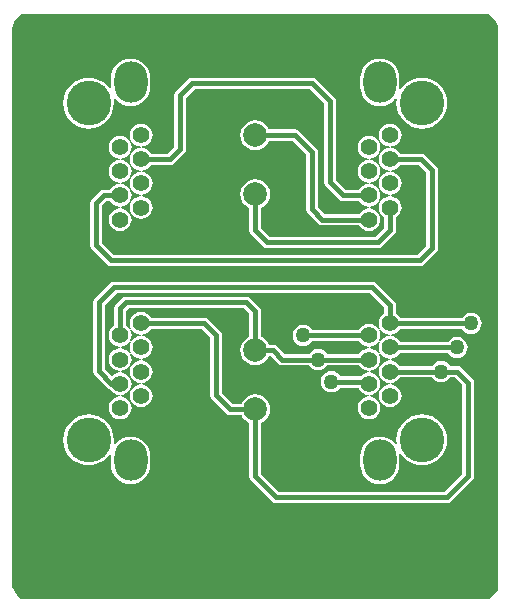
<source format=gbl>
G04*
G04 #@! TF.GenerationSoftware,Altium Limited,Altium Designer,18.1.9 (240)*
G04*
G04 Layer_Physical_Order=2*
G04 Layer_Color=16711680*
%FSLAX25Y25*%
%MOIN*%
G70*
G01*
G75*
%ADD16C,0.01800*%
%ADD17C,0.05512*%
%ADD18O,0.11024X0.13780*%
%ADD19C,0.14886*%
%ADD20C,0.07874*%
%ADD21C,0.05000*%
G36*
X635000Y281000D02*
X636000Y279000D01*
Y91000D01*
X633000Y88000D01*
X477000D01*
X475500Y89500D01*
X474000Y92000D01*
Y278000D01*
X475000Y281000D01*
X477000Y283000D01*
X633000D01*
X635000Y281000D01*
D02*
G37*
%LPC*%
G36*
X513465Y268216D02*
X512188Y268091D01*
X510961Y267718D01*
X509829Y267114D01*
X508838Y266300D01*
X508024Y265308D01*
X507419Y264177D01*
X507047Y262950D01*
X506921Y261673D01*
Y258917D01*
X506984Y258279D01*
X506503Y258119D01*
X505448Y259404D01*
X504162Y260460D01*
X502695Y261244D01*
X501104Y261726D01*
X499449Y261889D01*
X497794Y261726D01*
X496202Y261244D01*
X494735Y260460D01*
X493450Y259404D01*
X492395Y258119D01*
X491611Y256652D01*
X491128Y255061D01*
X490965Y253406D01*
X491128Y251750D01*
X491611Y250159D01*
X492395Y248692D01*
X493450Y247407D01*
X494735Y246352D01*
X496202Y245568D01*
X497794Y245085D01*
X499449Y244922D01*
X501104Y245085D01*
X502695Y245568D01*
X504162Y246352D01*
X505448Y247407D01*
X506503Y248692D01*
X507287Y250159D01*
X507769Y251750D01*
X507933Y253406D01*
X507798Y254769D01*
X508281Y254969D01*
X508838Y254290D01*
X509829Y253477D01*
X510961Y252872D01*
X512188Y252500D01*
X513465Y252374D01*
X514741Y252500D01*
X515969Y252872D01*
X517100Y253477D01*
X518091Y254290D01*
X518905Y255282D01*
X519510Y256413D01*
X519882Y257641D01*
X520008Y258917D01*
Y261673D01*
X519882Y262950D01*
X519510Y264177D01*
X518905Y265308D01*
X518091Y266300D01*
X517100Y267114D01*
X515969Y267718D01*
X514741Y268091D01*
X513465Y268216D01*
D02*
G37*
G36*
X596535D02*
X595259Y268091D01*
X594031Y267718D01*
X592900Y267114D01*
X591909Y266300D01*
X591095Y265308D01*
X590490Y264177D01*
X590118Y262950D01*
X589992Y261673D01*
Y258917D01*
X590118Y257641D01*
X590490Y256413D01*
X591095Y255282D01*
X591909Y254290D01*
X592900Y253477D01*
X594031Y252872D01*
X595259Y252500D01*
X596535Y252374D01*
X597812Y252500D01*
X599039Y252872D01*
X600171Y253477D01*
X601162Y254290D01*
X601719Y254969D01*
X602202Y254769D01*
X602068Y253406D01*
X602231Y251750D01*
X602713Y250159D01*
X603497Y248692D01*
X604552Y247407D01*
X605838Y246352D01*
X607305Y245568D01*
X608896Y245085D01*
X610551Y244922D01*
X612206Y245085D01*
X613798Y245568D01*
X615265Y246352D01*
X616550Y247407D01*
X617605Y248692D01*
X618389Y250159D01*
X618872Y251750D01*
X619035Y253406D01*
X618872Y255061D01*
X618389Y256652D01*
X617605Y258119D01*
X616550Y259404D01*
X615265Y260460D01*
X613798Y261244D01*
X612206Y261726D01*
X610551Y261889D01*
X608896Y261726D01*
X607305Y261244D01*
X605838Y260460D01*
X604552Y259404D01*
X603497Y258119D01*
X603016Y258279D01*
X603079Y258917D01*
Y261673D01*
X602953Y262950D01*
X602581Y264177D01*
X601976Y265308D01*
X601162Y266300D01*
X600171Y267114D01*
X599039Y267718D01*
X597812Y268091D01*
X596535Y268216D01*
D02*
G37*
G36*
X574000Y261937D02*
X534000D01*
X533259Y261790D01*
X532630Y261370D01*
X528630Y257370D01*
X528210Y256741D01*
X528063Y256000D01*
Y238802D01*
X525883Y236622D01*
X520256D01*
X519687Y237364D01*
X518902Y237966D01*
X517988Y238344D01*
X517314Y238433D01*
X517195Y238449D01*
Y238953D01*
X517314Y238969D01*
X517988Y239057D01*
X518902Y239436D01*
X519687Y240038D01*
X520289Y240822D01*
X520667Y241736D01*
X520796Y242717D01*
X520667Y243697D01*
X520289Y244611D01*
X519687Y245395D01*
X518902Y245997D01*
X517988Y246376D01*
X517008Y246505D01*
X516027Y246376D01*
X515114Y245997D01*
X514329Y245395D01*
X513727Y244611D01*
X513349Y243697D01*
X513219Y242717D01*
X513349Y241736D01*
X513727Y240822D01*
X514329Y240038D01*
X515114Y239436D01*
X516027Y239057D01*
X516702Y238969D01*
X516820Y238953D01*
Y238449D01*
X516702Y238433D01*
X516027Y238344D01*
X515114Y237966D01*
X514329Y237364D01*
X513727Y236579D01*
X513349Y235665D01*
X513219Y234685D01*
X513349Y233704D01*
X513727Y232791D01*
X514329Y232006D01*
X515114Y231404D01*
X516027Y231026D01*
X516702Y230937D01*
X516820Y230921D01*
Y230417D01*
X516702Y230402D01*
X516027Y230313D01*
X515114Y229934D01*
X514329Y229332D01*
X513727Y228548D01*
X513349Y227634D01*
X513219Y226654D01*
X513349Y225673D01*
X513727Y224759D01*
X514329Y223975D01*
X515114Y223373D01*
X516027Y222994D01*
X516702Y222906D01*
X516820Y222890D01*
Y222386D01*
X516702Y222370D01*
X516027Y222281D01*
X515114Y221903D01*
X514329Y221301D01*
X513727Y220516D01*
X513349Y219602D01*
X513219Y218622D01*
X513349Y217641D01*
X513727Y216728D01*
X514329Y215943D01*
X515114Y215341D01*
X516027Y214963D01*
X517008Y214834D01*
X517988Y214963D01*
X518902Y215341D01*
X519687Y215943D01*
X520289Y216728D01*
X520667Y217641D01*
X520796Y218622D01*
X520667Y219602D01*
X520289Y220516D01*
X519687Y221301D01*
X518902Y221903D01*
X517988Y222281D01*
X517314Y222370D01*
X517195Y222386D01*
Y222890D01*
X517314Y222906D01*
X517988Y222994D01*
X518902Y223373D01*
X519687Y223975D01*
X520289Y224759D01*
X520667Y225673D01*
X520796Y226654D01*
X520667Y227634D01*
X520289Y228548D01*
X519687Y229332D01*
X518902Y229934D01*
X517988Y230313D01*
X517313Y230402D01*
X517196Y230417D01*
Y230921D01*
X517313Y230937D01*
X517988Y231026D01*
X518902Y231404D01*
X519687Y232006D01*
X520256Y232748D01*
X526685D01*
X527426Y232895D01*
X528055Y233315D01*
X531370Y236630D01*
X531790Y237259D01*
X531937Y238000D01*
Y255198D01*
X534802Y258063D01*
X573198D01*
X578063Y253198D01*
Y227000D01*
X578210Y226259D01*
X578630Y225630D01*
X582992Y221268D01*
X583621Y220848D01*
X584362Y220701D01*
X589745D01*
X590313Y219959D01*
X591098Y219357D01*
X592012Y218979D01*
X592687Y218890D01*
X592804Y218874D01*
Y218370D01*
X592687Y218355D01*
X592012Y218266D01*
X591098Y217887D01*
X590313Y217285D01*
X589745Y216544D01*
X578196D01*
X575937Y218802D01*
Y237000D01*
X575790Y237741D01*
X575370Y238370D01*
X569653Y244086D01*
X569025Y244506D01*
X568283Y244654D01*
X559541D01*
X559312Y245206D01*
X558521Y246238D01*
X557490Y247029D01*
X556289Y247527D01*
X555000Y247696D01*
X553711Y247527D01*
X552510Y247029D01*
X551479Y246238D01*
X550688Y245206D01*
X550190Y244005D01*
X550020Y242717D01*
X550190Y241428D01*
X550688Y240227D01*
X551479Y239195D01*
X552510Y238404D01*
X553711Y237907D01*
X555000Y237737D01*
X556289Y237907D01*
X557490Y238404D01*
X558521Y239195D01*
X559312Y240227D01*
X559541Y240779D01*
X567481D01*
X572063Y236198D01*
Y218000D01*
X572210Y217259D01*
X572630Y216630D01*
X576024Y213237D01*
X576652Y212817D01*
X577394Y212669D01*
X589745D01*
X590313Y211928D01*
X591098Y211326D01*
X592012Y210947D01*
X592992Y210818D01*
X593973Y210947D01*
X594886Y211326D01*
X595671Y211928D01*
X596273Y212712D01*
X596651Y213626D01*
X596780Y214606D01*
X596651Y215587D01*
X596273Y216501D01*
X595671Y217285D01*
X594886Y217887D01*
X593973Y218266D01*
X593298Y218355D01*
X593180Y218370D01*
Y218874D01*
X593298Y218890D01*
X593973Y218979D01*
X594886Y219357D01*
X595671Y219959D01*
X596273Y220744D01*
X596651Y221657D01*
X596780Y222638D01*
X596651Y223618D01*
X596273Y224532D01*
X595671Y225317D01*
X594886Y225919D01*
X593973Y226297D01*
X593298Y226386D01*
X593180Y226401D01*
Y226906D01*
X593298Y226921D01*
X593973Y227010D01*
X594886Y227389D01*
X595671Y227991D01*
X596273Y228775D01*
X596651Y229689D01*
X596780Y230669D01*
X596651Y231650D01*
X596273Y232564D01*
X595671Y233348D01*
X594886Y233950D01*
X593973Y234329D01*
X593298Y234418D01*
X593180Y234433D01*
Y234937D01*
X593298Y234953D01*
X593973Y235042D01*
X594886Y235420D01*
X595671Y236022D01*
X596273Y236807D01*
X596651Y237720D01*
X596780Y238701D01*
X596651Y239681D01*
X596273Y240595D01*
X595671Y241379D01*
X594886Y241982D01*
X593973Y242360D01*
X592992Y242489D01*
X592012Y242360D01*
X591098Y241982D01*
X590313Y241379D01*
X589711Y240595D01*
X589333Y239681D01*
X589204Y238701D01*
X589333Y237720D01*
X589711Y236807D01*
X590313Y236022D01*
X591098Y235420D01*
X592012Y235042D01*
X592687Y234953D01*
X592804Y234937D01*
Y234433D01*
X592687Y234418D01*
X592012Y234329D01*
X591098Y233950D01*
X590313Y233348D01*
X589711Y232564D01*
X589333Y231650D01*
X589204Y230669D01*
X589333Y229689D01*
X589711Y228775D01*
X590313Y227991D01*
X591098Y227389D01*
X592012Y227010D01*
X592686Y226921D01*
X592805Y226906D01*
Y226401D01*
X592686Y226386D01*
X592012Y226297D01*
X591098Y225919D01*
X590313Y225317D01*
X589745Y224575D01*
X585165D01*
X581937Y227802D01*
Y254000D01*
X581790Y254741D01*
X581370Y255370D01*
X575370Y261370D01*
X574741Y261790D01*
X574000Y261937D01*
D02*
G37*
G36*
X600000Y246505D02*
X599019Y246376D01*
X598106Y245997D01*
X597321Y245395D01*
X596719Y244611D01*
X596341Y243697D01*
X596212Y242717D01*
X596341Y241736D01*
X596719Y240822D01*
X597321Y240038D01*
X598106Y239436D01*
X599019Y239057D01*
X599694Y238969D01*
X599813Y238953D01*
Y238449D01*
X599694Y238433D01*
X599019Y238344D01*
X598106Y237966D01*
X597321Y237364D01*
X596719Y236579D01*
X596341Y235665D01*
X596212Y234685D01*
X596341Y233704D01*
X596719Y232791D01*
X597321Y232006D01*
X598106Y231404D01*
X599019Y231026D01*
X599694Y230937D01*
X599812Y230921D01*
Y230417D01*
X599694Y230402D01*
X599019Y230313D01*
X598106Y229934D01*
X597321Y229332D01*
X596719Y228548D01*
X596341Y227634D01*
X596212Y226654D01*
X596341Y225673D01*
X596719Y224759D01*
X597321Y223975D01*
X598106Y223373D01*
X599019Y222994D01*
X599694Y222906D01*
X599813Y222890D01*
Y222386D01*
X599694Y222370D01*
X599019Y222281D01*
X598106Y221903D01*
X597321Y221301D01*
X596719Y220516D01*
X596341Y219602D01*
X596212Y218622D01*
X596341Y217641D01*
X596719Y216728D01*
X597321Y215943D01*
X598063Y215374D01*
Y211802D01*
X595198Y208937D01*
X559802D01*
X556937Y211802D01*
Y218490D01*
X557490Y218719D01*
X558521Y219510D01*
X559312Y220542D01*
X559810Y221743D01*
X559980Y223032D01*
X559810Y224320D01*
X559312Y225521D01*
X558521Y226553D01*
X557490Y227344D01*
X556289Y227841D01*
X555000Y228011D01*
X553711Y227841D01*
X552510Y227344D01*
X551479Y226553D01*
X550688Y225521D01*
X550190Y224320D01*
X550020Y223032D01*
X550190Y221743D01*
X550688Y220542D01*
X551479Y219510D01*
X552510Y218719D01*
X553063Y218490D01*
Y211000D01*
X553210Y210259D01*
X553630Y209630D01*
X557630Y205630D01*
X558259Y205210D01*
X559000Y205063D01*
X596000D01*
X596741Y205210D01*
X597370Y205630D01*
X601370Y209630D01*
X601790Y210259D01*
X601937Y211000D01*
Y215374D01*
X602679Y215943D01*
X603281Y216728D01*
X603659Y217641D01*
X603788Y218622D01*
X603659Y219602D01*
X603281Y220516D01*
X602679Y221301D01*
X601894Y221903D01*
X600981Y222281D01*
X600306Y222370D01*
X600187Y222386D01*
Y222890D01*
X600306Y222906D01*
X600981Y222994D01*
X601894Y223373D01*
X602679Y223975D01*
X603281Y224759D01*
X603659Y225673D01*
X603788Y226654D01*
X603659Y227634D01*
X603281Y228548D01*
X602679Y229332D01*
X601894Y229934D01*
X600981Y230313D01*
X600306Y230402D01*
X600188Y230417D01*
Y230921D01*
X600306Y230937D01*
X600981Y231026D01*
X601894Y231404D01*
X602679Y232006D01*
X603248Y232748D01*
X609513D01*
X612063Y230198D01*
Y205802D01*
X609198Y202937D01*
X507802D01*
X503937Y206802D01*
Y219198D01*
X505440Y220701D01*
X506752D01*
X507321Y219959D01*
X508106Y219357D01*
X509020Y218979D01*
X509694Y218890D01*
X509812Y218874D01*
Y218370D01*
X509694Y218355D01*
X509020Y218266D01*
X508106Y217887D01*
X507321Y217285D01*
X506719Y216501D01*
X506341Y215587D01*
X506212Y214606D01*
X506341Y213626D01*
X506719Y212712D01*
X507321Y211928D01*
X508106Y211326D01*
X509020Y210947D01*
X510000Y210818D01*
X510981Y210947D01*
X511894Y211326D01*
X512679Y211928D01*
X513281Y212712D01*
X513659Y213626D01*
X513788Y214606D01*
X513659Y215587D01*
X513281Y216501D01*
X512679Y217285D01*
X511894Y217887D01*
X510981Y218266D01*
X510306Y218355D01*
X510188Y218370D01*
Y218874D01*
X510306Y218890D01*
X510981Y218979D01*
X511894Y219357D01*
X512679Y219959D01*
X513281Y220744D01*
X513659Y221657D01*
X513788Y222638D01*
X513659Y223618D01*
X513281Y224532D01*
X512679Y225317D01*
X511894Y225919D01*
X510981Y226297D01*
X510306Y226386D01*
X510187Y226401D01*
Y226906D01*
X510306Y226921D01*
X510981Y227010D01*
X511894Y227389D01*
X512679Y227991D01*
X513281Y228775D01*
X513659Y229689D01*
X513788Y230669D01*
X513659Y231650D01*
X513281Y232564D01*
X512679Y233348D01*
X511894Y233950D01*
X510981Y234329D01*
X510306Y234418D01*
X510188Y234433D01*
Y234937D01*
X510306Y234953D01*
X510981Y235042D01*
X511894Y235420D01*
X512679Y236022D01*
X513281Y236807D01*
X513659Y237720D01*
X513788Y238701D01*
X513659Y239681D01*
X513281Y240595D01*
X512679Y241379D01*
X511894Y241982D01*
X510981Y242360D01*
X510000Y242489D01*
X509020Y242360D01*
X508106Y241982D01*
X507321Y241379D01*
X506719Y240595D01*
X506341Y239681D01*
X506212Y238701D01*
X506341Y237720D01*
X506719Y236807D01*
X507321Y236022D01*
X508106Y235420D01*
X509020Y235042D01*
X509694Y234953D01*
X509812Y234937D01*
Y234433D01*
X509694Y234418D01*
X509020Y234329D01*
X508106Y233950D01*
X507321Y233348D01*
X506719Y232564D01*
X506341Y231650D01*
X506212Y230669D01*
X506341Y229689D01*
X506719Y228775D01*
X507321Y227991D01*
X508106Y227389D01*
X509020Y227010D01*
X509694Y226921D01*
X509813Y226906D01*
Y226401D01*
X509694Y226386D01*
X509020Y226297D01*
X508106Y225919D01*
X507321Y225317D01*
X506752Y224575D01*
X504638D01*
X503897Y224428D01*
X503268Y224008D01*
X500630Y221370D01*
X500210Y220741D01*
X500063Y220000D01*
Y206000D01*
X500210Y205259D01*
X500630Y204630D01*
X505630Y199630D01*
X506259Y199210D01*
X507000Y199063D01*
X610000D01*
X610741Y199210D01*
X611370Y199630D01*
X615370Y203630D01*
X615790Y204259D01*
X615937Y205000D01*
Y231000D01*
X615790Y231741D01*
X615370Y232370D01*
X611685Y236055D01*
X611056Y236475D01*
X610315Y236622D01*
X603248D01*
X602679Y237364D01*
X601894Y237966D01*
X600981Y238344D01*
X600306Y238433D01*
X600187Y238449D01*
Y238953D01*
X600306Y238969D01*
X600981Y239057D01*
X601894Y239436D01*
X602679Y240038D01*
X603281Y240822D01*
X603659Y241736D01*
X603788Y242717D01*
X603659Y243697D01*
X603281Y244611D01*
X602679Y245395D01*
X601894Y245997D01*
X600981Y246376D01*
X600000Y246505D01*
D02*
G37*
G36*
X610551Y149685D02*
X608896Y149522D01*
X607305Y149039D01*
X605838Y148255D01*
X604552Y147200D01*
X603497Y145914D01*
X602713Y144447D01*
X602231Y142856D01*
X602068Y141201D01*
X602202Y139837D01*
X601719Y139637D01*
X601162Y140316D01*
X600171Y141130D01*
X599039Y141734D01*
X597812Y142106D01*
X596535Y142232D01*
X595259Y142106D01*
X594031Y141734D01*
X592900Y141130D01*
X591909Y140316D01*
X591095Y139324D01*
X590490Y138193D01*
X590118Y136966D01*
X589992Y135689D01*
Y132933D01*
X590118Y131657D01*
X590490Y130429D01*
X591095Y129298D01*
X591909Y128306D01*
X592900Y127492D01*
X594031Y126888D01*
X595259Y126515D01*
X596535Y126390D01*
X597812Y126515D01*
X599039Y126888D01*
X600171Y127492D01*
X601162Y128306D01*
X601976Y129298D01*
X602581Y130429D01*
X602953Y131657D01*
X603079Y132933D01*
Y135689D01*
X603016Y136327D01*
X603497Y136487D01*
X604552Y135202D01*
X605838Y134147D01*
X607305Y133363D01*
X608896Y132880D01*
X610551Y132717D01*
X612206Y132880D01*
X613798Y133363D01*
X615265Y134147D01*
X616550Y135202D01*
X617605Y136487D01*
X618389Y137954D01*
X618872Y139546D01*
X619035Y141201D01*
X618872Y142856D01*
X618389Y144447D01*
X617605Y145914D01*
X616550Y147200D01*
X615265Y148255D01*
X613798Y149039D01*
X612206Y149522D01*
X610551Y149685D01*
D02*
G37*
G36*
X499449D02*
X497794Y149522D01*
X496202Y149039D01*
X494735Y148255D01*
X493450Y147200D01*
X492395Y145914D01*
X491611Y144447D01*
X491128Y142856D01*
X490965Y141201D01*
X491128Y139546D01*
X491611Y137954D01*
X492395Y136487D01*
X493450Y135202D01*
X494735Y134147D01*
X496202Y133363D01*
X497794Y132880D01*
X499449Y132717D01*
X501104Y132880D01*
X502695Y133363D01*
X504162Y134147D01*
X505448Y135202D01*
X506503Y136487D01*
X506984Y136327D01*
X506921Y135689D01*
Y132933D01*
X507047Y131657D01*
X507419Y130429D01*
X508024Y129298D01*
X508838Y128306D01*
X509829Y127492D01*
X510961Y126888D01*
X512188Y126515D01*
X513465Y126390D01*
X514741Y126515D01*
X515969Y126888D01*
X517100Y127492D01*
X518091Y128306D01*
X518905Y129298D01*
X519510Y130429D01*
X519882Y131657D01*
X520008Y132933D01*
Y135689D01*
X519882Y136966D01*
X519510Y138193D01*
X518905Y139324D01*
X518091Y140316D01*
X517100Y141130D01*
X515969Y141734D01*
X514741Y142106D01*
X513465Y142232D01*
X512188Y142106D01*
X510961Y141734D01*
X509829Y141130D01*
X508838Y140316D01*
X508281Y139637D01*
X507798Y139837D01*
X507933Y141201D01*
X507769Y142856D01*
X507287Y144447D01*
X506503Y145914D01*
X505448Y147200D01*
X504162Y148255D01*
X502695Y149039D01*
X501104Y149522D01*
X499449Y149685D01*
D02*
G37*
G36*
X594000Y193937D02*
X508000D01*
X507259Y193790D01*
X506630Y193370D01*
X501630Y188370D01*
X501210Y187741D01*
X501063Y187000D01*
Y164000D01*
X501210Y163259D01*
X501630Y162630D01*
X505709Y158551D01*
X506337Y158131D01*
X506706Y158058D01*
X506719Y158027D01*
X507321Y157243D01*
X508106Y156640D01*
X509020Y156262D01*
X509694Y156173D01*
X509812Y156158D01*
Y155653D01*
X509694Y155638D01*
X509020Y155549D01*
X508106Y155171D01*
X507321Y154569D01*
X506719Y153784D01*
X506341Y152870D01*
X506212Y151890D01*
X506341Y150909D01*
X506719Y149996D01*
X507321Y149211D01*
X508106Y148609D01*
X509020Y148231D01*
X510000Y148101D01*
X510981Y148231D01*
X511894Y148609D01*
X512679Y149211D01*
X513281Y149996D01*
X513659Y150909D01*
X513788Y151890D01*
X513659Y152870D01*
X513281Y153784D01*
X512679Y154569D01*
X511894Y155171D01*
X510981Y155549D01*
X510306Y155638D01*
X510188Y155653D01*
Y156158D01*
X510306Y156173D01*
X510981Y156262D01*
X511894Y156640D01*
X512679Y157243D01*
X513281Y158027D01*
X513659Y158941D01*
X513788Y159921D01*
X513659Y160902D01*
X513281Y161815D01*
X512679Y162600D01*
X511894Y163202D01*
X510981Y163580D01*
X510306Y163669D01*
X510187Y163685D01*
Y164189D01*
X510306Y164205D01*
X510981Y164294D01*
X511894Y164672D01*
X512679Y165274D01*
X513281Y166059D01*
X513659Y166972D01*
X513788Y167953D01*
X513659Y168933D01*
X513281Y169847D01*
X512679Y170632D01*
X511894Y171234D01*
X510981Y171612D01*
X510306Y171701D01*
X510188Y171716D01*
Y172221D01*
X510306Y172236D01*
X510981Y172325D01*
X511894Y172703D01*
X512679Y173305D01*
X513281Y174090D01*
X513659Y175004D01*
X513788Y175984D01*
X513659Y176965D01*
X513281Y177878D01*
X512679Y178663D01*
X511937Y179232D01*
Y184198D01*
X512802Y185063D01*
X551198D01*
X553063Y183198D01*
Y175541D01*
X552510Y175312D01*
X551479Y174521D01*
X550688Y173490D01*
X550190Y172289D01*
X550020Y171000D01*
X550190Y169711D01*
X550688Y168510D01*
X551479Y167479D01*
X552510Y166688D01*
X553711Y166190D01*
X555000Y166020D01*
X556289Y166190D01*
X557490Y166688D01*
X558521Y167479D01*
X559312Y168510D01*
X559541Y169063D01*
X560198D01*
X562677Y166583D01*
X563306Y166163D01*
X564047Y166016D01*
X573075D01*
X573504Y165457D01*
X574235Y164896D01*
X575086Y164543D01*
X576000Y164423D01*
X576914Y164543D01*
X577765Y164896D01*
X578496Y165457D01*
X578925Y166016D01*
X589745D01*
X590313Y165274D01*
X591098Y164672D01*
X592012Y164294D01*
X592686Y164205D01*
X592805Y164189D01*
Y163685D01*
X592686Y163669D01*
X592012Y163580D01*
X591098Y163202D01*
X590313Y162600D01*
X590234Y162496D01*
X583287D01*
X582858Y163055D01*
X582127Y163616D01*
X581276Y163969D01*
X580362Y164089D01*
X579449Y163969D01*
X578597Y163616D01*
X577866Y163055D01*
X577305Y162324D01*
X576952Y161473D01*
X576832Y160559D01*
X576952Y159645D01*
X577305Y158794D01*
X577866Y158063D01*
X578597Y157502D01*
X579449Y157149D01*
X580362Y157029D01*
X581276Y157149D01*
X582127Y157502D01*
X582858Y158063D01*
X583287Y158622D01*
X589465D01*
X589711Y158027D01*
X590313Y157243D01*
X591098Y156640D01*
X592012Y156262D01*
X592687Y156173D01*
X592804Y156158D01*
Y155653D01*
X592687Y155638D01*
X592012Y155549D01*
X591098Y155171D01*
X590313Y154569D01*
X589711Y153784D01*
X589333Y152870D01*
X589204Y151890D01*
X589333Y150909D01*
X589711Y149996D01*
X590313Y149211D01*
X591098Y148609D01*
X592012Y148231D01*
X592992Y148101D01*
X593973Y148231D01*
X594886Y148609D01*
X595671Y149211D01*
X596273Y149996D01*
X596651Y150909D01*
X596780Y151890D01*
X596651Y152870D01*
X596273Y153784D01*
X595671Y154569D01*
X594886Y155171D01*
X593973Y155549D01*
X593298Y155638D01*
X593180Y155653D01*
Y156158D01*
X593298Y156173D01*
X593973Y156262D01*
X594886Y156640D01*
X595671Y157243D01*
X596273Y158027D01*
X596651Y158941D01*
X596780Y159921D01*
X596651Y160902D01*
X596273Y161815D01*
X595671Y162600D01*
X594886Y163202D01*
X593973Y163580D01*
X593298Y163669D01*
X593180Y163685D01*
Y164189D01*
X593298Y164205D01*
X593973Y164294D01*
X594886Y164672D01*
X595671Y165274D01*
X596273Y166059D01*
X596651Y166972D01*
X596780Y167953D01*
X596651Y168933D01*
X596273Y169847D01*
X595671Y170632D01*
X594886Y171234D01*
X593973Y171612D01*
X593298Y171701D01*
X593180Y171716D01*
Y172221D01*
X593298Y172236D01*
X593973Y172325D01*
X594886Y172703D01*
X595671Y173305D01*
X596273Y174090D01*
X596651Y175004D01*
X596780Y175984D01*
X596651Y176965D01*
X596273Y177878D01*
X595671Y178663D01*
X594886Y179265D01*
X593973Y179643D01*
X592992Y179772D01*
X592012Y179643D01*
X591098Y179265D01*
X590313Y178663D01*
X589757Y177937D01*
X573925D01*
X573496Y178496D01*
X572765Y179057D01*
X571914Y179410D01*
X571000Y179530D01*
X570086Y179410D01*
X569235Y179057D01*
X568504Y178496D01*
X567943Y177765D01*
X567590Y176914D01*
X567470Y176000D01*
X567590Y175086D01*
X567943Y174235D01*
X568504Y173504D01*
X569235Y172943D01*
X570086Y172590D01*
X571000Y172470D01*
X571914Y172590D01*
X572765Y172943D01*
X573496Y173504D01*
X573925Y174063D01*
X589732D01*
X590313Y173305D01*
X591098Y172703D01*
X592012Y172325D01*
X592687Y172236D01*
X592804Y172221D01*
Y171716D01*
X592687Y171701D01*
X592012Y171612D01*
X591098Y171234D01*
X590313Y170632D01*
X589745Y169890D01*
X578925D01*
X578496Y170449D01*
X577765Y171010D01*
X576914Y171363D01*
X576000Y171483D01*
X575086Y171363D01*
X574235Y171010D01*
X573504Y170449D01*
X573075Y169890D01*
X564850D01*
X562370Y172370D01*
X561741Y172790D01*
X561000Y172937D01*
X559541D01*
X559312Y173490D01*
X558521Y174521D01*
X557490Y175312D01*
X556937Y175541D01*
Y184000D01*
X556790Y184741D01*
X556370Y185370D01*
X553370Y188370D01*
X552741Y188790D01*
X552000Y188937D01*
X512000D01*
X511259Y188790D01*
X510630Y188370D01*
X508630Y186370D01*
X508210Y185741D01*
X508063Y185000D01*
Y179232D01*
X507321Y178663D01*
X506719Y177878D01*
X506341Y176965D01*
X506212Y175984D01*
X506341Y175004D01*
X506719Y174090D01*
X507321Y173305D01*
X508106Y172703D01*
X509020Y172325D01*
X509694Y172236D01*
X509812Y172221D01*
Y171716D01*
X509694Y171701D01*
X509020Y171612D01*
X508106Y171234D01*
X507321Y170632D01*
X506719Y169847D01*
X506341Y168933D01*
X506212Y167953D01*
X506341Y166972D01*
X506719Y166059D01*
X507321Y165274D01*
X508106Y164672D01*
X509020Y164294D01*
X509694Y164205D01*
X509813Y164189D01*
Y163685D01*
X509694Y163669D01*
X509020Y163580D01*
X508106Y163202D01*
X507321Y162600D01*
X507151Y162589D01*
X504937Y164802D01*
Y186198D01*
X508802Y190063D01*
X593198D01*
X598063Y185198D01*
Y183248D01*
X597321Y182679D01*
X596719Y181894D01*
X596341Y180981D01*
X596212Y180000D01*
X596341Y179019D01*
X596719Y178106D01*
X597321Y177321D01*
X598106Y176719D01*
X599019Y176341D01*
X599694Y176252D01*
X599812Y176236D01*
Y175732D01*
X599694Y175717D01*
X599019Y175628D01*
X598106Y175249D01*
X597321Y174647D01*
X596719Y173863D01*
X596341Y172949D01*
X596212Y171969D01*
X596341Y170988D01*
X596719Y170074D01*
X597321Y169290D01*
X598106Y168688D01*
X599019Y168309D01*
X599694Y168221D01*
X599813Y168205D01*
Y167701D01*
X599694Y167685D01*
X599019Y167596D01*
X598106Y167218D01*
X597321Y166616D01*
X596719Y165831D01*
X596341Y164918D01*
X596212Y163937D01*
X596341Y162957D01*
X596719Y162043D01*
X597321Y161258D01*
X598106Y160656D01*
X599019Y160278D01*
X599694Y160189D01*
X599812Y160173D01*
Y159669D01*
X599694Y159654D01*
X599019Y159565D01*
X598106Y159186D01*
X597321Y158584D01*
X596719Y157800D01*
X596341Y156886D01*
X596212Y155906D01*
X596341Y154925D01*
X596719Y154011D01*
X597321Y153227D01*
X598106Y152625D01*
X599019Y152246D01*
X600000Y152117D01*
X600981Y152246D01*
X601894Y152625D01*
X602679Y153227D01*
X603281Y154011D01*
X603659Y154925D01*
X603788Y155906D01*
X603659Y156886D01*
X603281Y157800D01*
X602679Y158584D01*
X601894Y159186D01*
X600981Y159565D01*
X600306Y159654D01*
X600188Y159669D01*
Y160173D01*
X600306Y160189D01*
X600981Y160278D01*
X601894Y160656D01*
X602679Y161258D01*
X603248Y162000D01*
X614075D01*
X614504Y161441D01*
X615235Y160880D01*
X616086Y160527D01*
X617000Y160407D01*
X617914Y160527D01*
X618765Y160880D01*
X619496Y161441D01*
X619925Y162000D01*
X621544D01*
X624063Y159481D01*
Y129802D01*
X618198Y123937D01*
X562802D01*
X556937Y129802D01*
Y146774D01*
X557490Y147002D01*
X558521Y147794D01*
X559312Y148825D01*
X559810Y150026D01*
X559980Y151315D01*
X559810Y152604D01*
X559312Y153805D01*
X558521Y154836D01*
X557490Y155627D01*
X556289Y156125D01*
X555000Y156295D01*
X553711Y156125D01*
X552510Y155627D01*
X551479Y154836D01*
X550688Y153805D01*
X550459Y153252D01*
X547487D01*
X543937Y156802D01*
Y176000D01*
X543790Y176741D01*
X543370Y177370D01*
X539370Y181370D01*
X538741Y181790D01*
X538000Y181937D01*
X520256D01*
X519687Y182679D01*
X518902Y183281D01*
X517988Y183659D01*
X517008Y183788D01*
X516027Y183659D01*
X515114Y183281D01*
X514329Y182679D01*
X513727Y181894D01*
X513349Y180981D01*
X513219Y180000D01*
X513349Y179019D01*
X513727Y178106D01*
X514329Y177321D01*
X515114Y176719D01*
X516027Y176341D01*
X516702Y176252D01*
X516820Y176236D01*
Y175732D01*
X516702Y175717D01*
X516027Y175628D01*
X515114Y175249D01*
X514329Y174647D01*
X513727Y173863D01*
X513349Y172949D01*
X513219Y171969D01*
X513349Y170988D01*
X513727Y170074D01*
X514329Y169290D01*
X515114Y168688D01*
X516027Y168309D01*
X516702Y168221D01*
X516820Y168205D01*
Y167701D01*
X516702Y167685D01*
X516027Y167596D01*
X515114Y167218D01*
X514329Y166616D01*
X513727Y165831D01*
X513349Y164918D01*
X513219Y163937D01*
X513349Y162957D01*
X513727Y162043D01*
X514329Y161258D01*
X515114Y160656D01*
X516027Y160278D01*
X516702Y160189D01*
X516820Y160173D01*
Y159669D01*
X516702Y159654D01*
X516027Y159565D01*
X515114Y159186D01*
X514329Y158584D01*
X513727Y157800D01*
X513349Y156886D01*
X513219Y155906D01*
X513349Y154925D01*
X513727Y154011D01*
X514329Y153227D01*
X515114Y152625D01*
X516027Y152246D01*
X517008Y152117D01*
X517988Y152246D01*
X518902Y152625D01*
X519687Y153227D01*
X520289Y154011D01*
X520667Y154925D01*
X520796Y155906D01*
X520667Y156886D01*
X520289Y157800D01*
X519687Y158584D01*
X518902Y159186D01*
X517988Y159565D01*
X517313Y159654D01*
X517196Y159669D01*
Y160173D01*
X517313Y160189D01*
X517988Y160278D01*
X518902Y160656D01*
X519687Y161258D01*
X520289Y162043D01*
X520667Y162957D01*
X520796Y163937D01*
X520667Y164918D01*
X520289Y165831D01*
X519687Y166616D01*
X518902Y167218D01*
X517988Y167596D01*
X517314Y167685D01*
X517195Y167701D01*
Y168205D01*
X517314Y168221D01*
X517988Y168309D01*
X518902Y168688D01*
X519687Y169290D01*
X520289Y170074D01*
X520667Y170988D01*
X520796Y171969D01*
X520667Y172949D01*
X520289Y173863D01*
X519687Y174647D01*
X518902Y175249D01*
X517988Y175628D01*
X517313Y175717D01*
X517196Y175732D01*
Y176236D01*
X517313Y176252D01*
X517988Y176341D01*
X518902Y176719D01*
X519687Y177321D01*
X520256Y178063D01*
X537198D01*
X540063Y175198D01*
Y156000D01*
X540210Y155259D01*
X540630Y154630D01*
X545315Y149945D01*
X545944Y149525D01*
X546685Y149378D01*
X550459D01*
X550688Y148825D01*
X551479Y147794D01*
X552510Y147002D01*
X553063Y146774D01*
Y129000D01*
X553210Y128259D01*
X553630Y127630D01*
X560630Y120630D01*
X561259Y120210D01*
X562000Y120063D01*
X619000D01*
X619741Y120210D01*
X620370Y120630D01*
X627370Y127630D01*
X627790Y128259D01*
X627937Y129000D01*
Y160283D01*
X627790Y161025D01*
X627370Y161653D01*
X623716Y165307D01*
X623088Y165727D01*
X622346Y165874D01*
X619925D01*
X619496Y166433D01*
X618765Y166994D01*
X617914Y167347D01*
X617000Y167467D01*
X616086Y167347D01*
X615235Y166994D01*
X614504Y166433D01*
X614075Y165874D01*
X603248D01*
X602679Y166616D01*
X601894Y167218D01*
X600981Y167596D01*
X600306Y167685D01*
X600187Y167701D01*
Y168205D01*
X600306Y168221D01*
X600981Y168309D01*
X601894Y168688D01*
X602679Y169290D01*
X603272Y170063D01*
X619358D01*
X619787Y169504D01*
X620518Y168943D01*
X621370Y168590D01*
X622283Y168470D01*
X623197Y168590D01*
X624049Y168943D01*
X624780Y169504D01*
X625341Y170235D01*
X625693Y171086D01*
X625814Y172000D01*
X625693Y172914D01*
X625341Y173765D01*
X624780Y174496D01*
X624049Y175057D01*
X623197Y175410D01*
X622283Y175530D01*
X621370Y175410D01*
X620518Y175057D01*
X619787Y174496D01*
X619358Y173937D01*
X603224D01*
X602679Y174647D01*
X601894Y175249D01*
X600981Y175628D01*
X600306Y175717D01*
X600188Y175732D01*
Y176236D01*
X600306Y176252D01*
X600981Y176341D01*
X601894Y176719D01*
X602679Y177321D01*
X603248Y178063D01*
X624075D01*
X624504Y177504D01*
X625235Y176943D01*
X626086Y176590D01*
X627000Y176470D01*
X627914Y176590D01*
X628765Y176943D01*
X629496Y177504D01*
X630057Y178235D01*
X630410Y179086D01*
X630530Y180000D01*
X630410Y180914D01*
X630057Y181765D01*
X629496Y182496D01*
X628765Y183057D01*
X627914Y183410D01*
X627000Y183530D01*
X626086Y183410D01*
X625235Y183057D01*
X624504Y182496D01*
X624075Y181937D01*
X603248D01*
X602679Y182679D01*
X601937Y183248D01*
Y186000D01*
X601790Y186741D01*
X601370Y187370D01*
X595370Y193370D01*
X594741Y193790D01*
X594000Y193937D01*
D02*
G37*
%LPD*%
D16*
X622346Y163937D02*
X626000Y160283D01*
Y129000D02*
Y160283D01*
X619000Y122000D02*
X626000Y129000D01*
X562000Y122000D02*
X619000D01*
X555000Y129000D02*
X562000Y122000D01*
X555000Y129000D02*
Y151315D01*
X610000Y201000D02*
X614000Y205000D01*
X507000Y201000D02*
X610000D01*
X502000Y206000D02*
X507000Y201000D01*
X594000Y192000D02*
X600000Y186000D01*
X508000Y192000D02*
X594000D01*
X503000Y187000D02*
X508000Y192000D01*
X507079Y159921D02*
X510000D01*
X503000Y164000D02*
X507079Y159921D01*
X503000Y164000D02*
Y187000D01*
X600000Y180000D02*
Y186000D01*
X617000Y163937D02*
X622346D01*
X546685Y151315D02*
X555000D01*
X542000Y156000D02*
X546685Y151315D01*
X542000Y156000D02*
Y176000D01*
X538000Y180000D02*
X542000Y176000D01*
X517008Y180000D02*
X538000D01*
X564047Y167953D02*
X576000D01*
X561000Y171000D02*
X564047Y167953D01*
X555000Y171000D02*
X561000D01*
X555000D02*
Y184000D01*
X552000Y187000D02*
X555000Y184000D01*
X512000Y187000D02*
X552000D01*
X510000Y185000D02*
X512000Y187000D01*
X510000Y175984D02*
Y185000D01*
X502000Y206000D02*
Y220000D01*
X504638Y222638D02*
X510000D01*
X502000Y220000D02*
X504638Y222638D01*
X559000Y207000D02*
X596000D01*
X555000Y211000D02*
X559000Y207000D01*
X555000Y211000D02*
Y223032D01*
X596000Y207000D02*
X600000Y211000D01*
Y218622D01*
Y234685D02*
X610315D01*
X614000Y231000D01*
Y205000D02*
Y231000D01*
X584362Y222638D02*
X592992D01*
X580000Y227000D02*
X584362Y222638D01*
X580000Y227000D02*
Y254000D01*
X574000Y260000D02*
X580000Y254000D01*
X534000Y260000D02*
X574000D01*
X530000Y256000D02*
X534000Y260000D01*
X530000Y238000D02*
Y256000D01*
X526685Y234685D02*
X530000Y238000D01*
X517008Y234685D02*
X526685D01*
X577394Y214606D02*
X592992D01*
X574000Y218000D02*
X577394Y214606D01*
X574000Y218000D02*
Y237000D01*
X568283Y242717D02*
X574000Y237000D01*
X555000Y242717D02*
X568283D01*
X592354Y160559D02*
X592992Y159921D01*
X580362Y160559D02*
X592354D01*
X576000Y167953D02*
X592331D01*
X592662Y168283D01*
X592992Y167953D01*
X571000Y176000D02*
X592976D01*
X592992Y175984D01*
X600000Y163937D02*
X617000D01*
X600000Y171969D02*
X600031Y172000D01*
X622283D01*
X600000Y180000D02*
X627000D01*
D17*
X517008Y242717D02*
D03*
Y234685D02*
D03*
Y226654D02*
D03*
Y218622D02*
D03*
X510000Y238701D02*
D03*
Y214606D02*
D03*
Y222638D02*
D03*
Y230669D02*
D03*
Y167953D02*
D03*
Y159921D02*
D03*
Y151890D02*
D03*
Y175984D02*
D03*
X517008Y155906D02*
D03*
Y163937D02*
D03*
Y171969D02*
D03*
Y180000D02*
D03*
X592992Y151890D02*
D03*
Y159921D02*
D03*
Y167953D02*
D03*
Y175984D02*
D03*
X600000Y155906D02*
D03*
Y180000D02*
D03*
Y171969D02*
D03*
Y163937D02*
D03*
Y226654D02*
D03*
Y234685D02*
D03*
Y242717D02*
D03*
Y218622D02*
D03*
X592992Y238701D02*
D03*
Y230669D02*
D03*
Y222638D02*
D03*
Y214606D02*
D03*
D18*
X513465Y260295D02*
D03*
Y134311D02*
D03*
X596535D02*
D03*
Y260295D02*
D03*
D19*
X499449Y253406D02*
D03*
Y141201D02*
D03*
X610551D02*
D03*
Y253406D02*
D03*
D20*
X555000Y223032D02*
D03*
Y242717D02*
D03*
Y151315D02*
D03*
Y171000D02*
D03*
D21*
X580362Y160559D02*
D03*
X576000Y167953D02*
D03*
X571000Y176000D02*
D03*
X617000Y163937D02*
D03*
X622283Y172000D02*
D03*
X627000Y180000D02*
D03*
M02*

</source>
